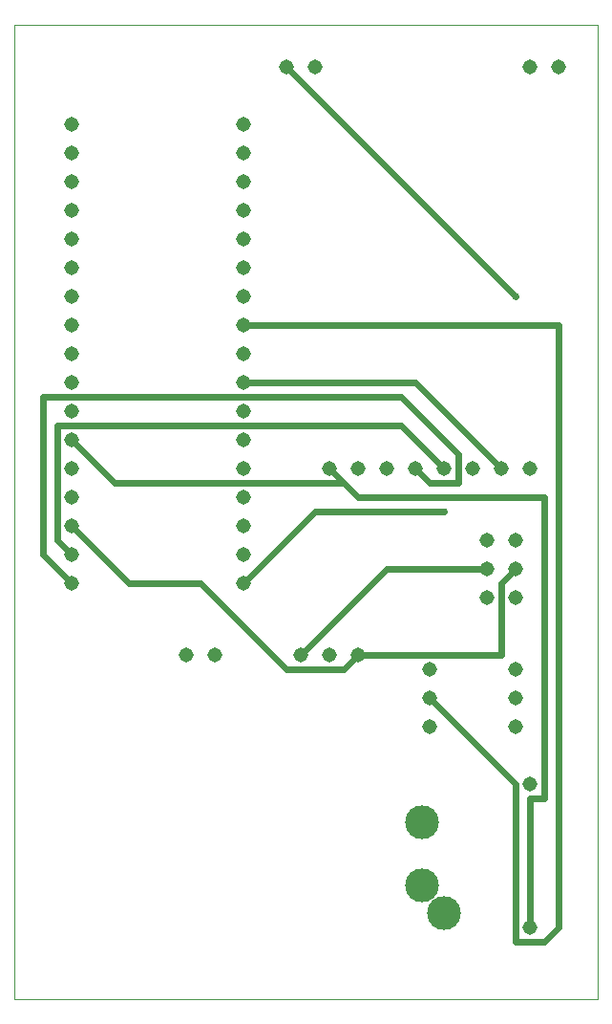
<source format=gbl>
G75*
G70*
%OFA0B0*%
%FSLAX24Y24*%
%IPPOS*%
%LPD*%
%AMOC8*
5,1,8,0,0,1.08239X$1,22.5*
%
%ADD10C,0.0000*%
%ADD11C,0.0515*%
%ADD12C,0.1181*%
%ADD13C,0.0240*%
%ADD14C,0.0240*%
D10*
X000100Y000100D02*
X000100Y034096D01*
X020470Y034096D01*
X020470Y000100D01*
X000100Y000100D01*
D11*
X006100Y012100D03*
X007100Y012100D03*
X008100Y014600D03*
X008100Y015600D03*
X008100Y016600D03*
X008100Y017600D03*
X008100Y018600D03*
X008100Y019600D03*
X008100Y020600D03*
X008100Y021600D03*
X008100Y022600D03*
X008100Y023600D03*
X008100Y024600D03*
X008100Y025600D03*
X008100Y026600D03*
X008100Y027600D03*
X008100Y028600D03*
X008100Y029600D03*
X008100Y030600D03*
X009600Y032600D03*
X010600Y032600D03*
X018100Y032600D03*
X019100Y032600D03*
X018100Y018600D03*
X017100Y018600D03*
X016100Y018600D03*
X015100Y018600D03*
X014100Y018600D03*
X013100Y018600D03*
X012100Y018600D03*
X011100Y018600D03*
X011100Y012100D03*
X010100Y012100D03*
X012100Y012100D03*
X014600Y011600D03*
X014600Y010600D03*
X014600Y009600D03*
X016600Y014100D03*
X016600Y015100D03*
X016600Y016100D03*
X017600Y016100D03*
X017600Y015100D03*
X017600Y014100D03*
X017600Y011600D03*
X017600Y010600D03*
X017600Y009600D03*
X018100Y007600D03*
X018100Y002600D03*
X002100Y014600D03*
X002100Y015600D03*
X002100Y016600D03*
X002100Y017600D03*
X002100Y018600D03*
X002100Y019600D03*
X002100Y020600D03*
X002100Y021600D03*
X002100Y022600D03*
X002100Y023600D03*
X002100Y024600D03*
X002100Y025600D03*
X002100Y026600D03*
X002100Y027600D03*
X002100Y028600D03*
X002100Y029600D03*
X002100Y030600D03*
D12*
X014320Y006270D03*
X014320Y004070D03*
X015100Y003100D03*
D13*
X017600Y002100D02*
X018600Y002100D01*
X019100Y002600D01*
X019100Y023600D01*
X008100Y023600D01*
X008100Y021600D02*
X014100Y021600D01*
X017100Y018600D01*
X018600Y017600D02*
X012100Y017600D01*
X011600Y018100D01*
X003600Y018100D01*
X002100Y019600D01*
X001600Y020100D02*
X013600Y020100D01*
X015100Y018600D01*
X014600Y018100D02*
X015600Y018100D01*
X015600Y019100D01*
X013600Y021100D01*
X001100Y021100D01*
X001100Y015600D01*
X002100Y014600D01*
X002100Y015600D02*
X001600Y016100D01*
X001600Y020100D01*
X002100Y016600D02*
X004100Y014600D01*
X006600Y014600D01*
X009600Y011600D01*
X011600Y011600D01*
X012100Y012100D01*
X017100Y012100D01*
X017100Y014600D01*
X017600Y015100D01*
X016600Y015100D02*
X013100Y015100D01*
X010100Y012100D01*
X008100Y014600D02*
X010600Y017100D01*
X015100Y017100D01*
X014600Y018100D02*
X014100Y018600D01*
X011600Y018100D02*
X011100Y018600D01*
X014600Y010600D02*
X017600Y007600D01*
X017600Y002100D01*
X018100Y002600D02*
X018100Y007100D01*
X018600Y007100D01*
X018600Y017600D01*
X017600Y024600D02*
X009600Y032600D01*
D14*
X017600Y024600D03*
X015100Y017100D03*
M02*

</source>
